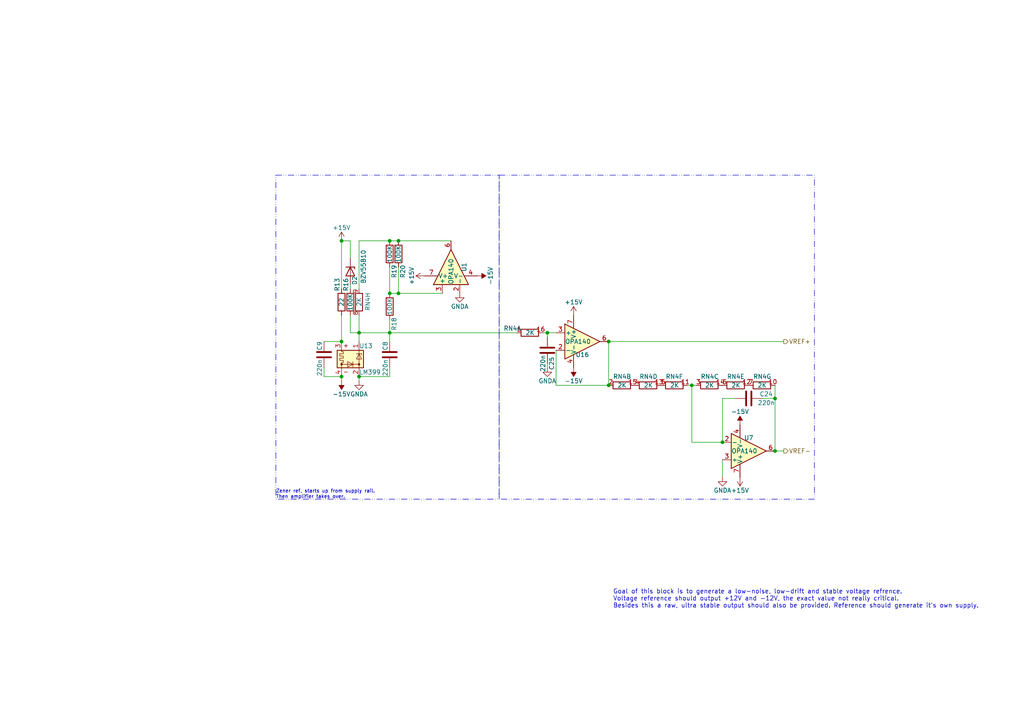
<source format=kicad_sch>
(kicad_sch (version 20231120) (generator "eeschema") (generator_version "8.0")
  (paper "A4")
  (title_block (title "xMultislope-1v0") (date "2023-11-01"))
  (lib_symbols
    (symbol "Amplifier_Operational:AD8001AN" (pin_names (offset 0.127))
      (property "Reference" "U" (at 0 6.35 0))
      (property "Value" "AD8001AN" (at 0 3.81 0))
      (symbol "AD8001AN_0_1"
        (polyline (pts (xy -5.08 5.08) (xy 5.08 0) (xy -5.08 -5.08) (xy -5.08 5.08)) (stroke (width 0.254)) (fill (type background)))
      )
      (symbol "AD8001AN_1_1"
        (pin no_connect line (at -5.08 -2.54 90) (length 2.54) hide (name "NC") (number "1"))
        (pin input line (at -7.62 -2.54 0) (length 2.54) (name "-") (number "2"))
        (pin input line (at -7.62 2.54 0) (length 2.54) (name "+") (number "3"))
        (pin power_in line (at -2.54 -7.62 90) (length 3.81) (name "V-") (number "4"))
        (pin no_connect line (at -2.54 -2.54 90) (length 2.54) hide (name "NC") (number "5"))
        (pin output line (at 7.62 0 180) (length 2.54) (name "~") (number "6"))
        (pin power_in line (at -2.54 7.62 270) (length 3.81) (name "V+") (number "7"))
        (pin no_connect line (at 0 -2.54 90) (length 2.54) hide (name "NC") (number "8"))
      )
    )
    (symbol "Device:C" (pin_numbers hide) (pin_names (offset 0.254))
      (property "Reference" "C" (at 0.635 2.54 0))
      (property "Value" "C" (at 0.635 -2.54 0))
      (symbol "C_0_1"
        (polyline (pts (xy -2.032 -0.762) (xy 2.032 -0.762)) (stroke (width 0.508)))
        (polyline (pts (xy -2.032 0.762) (xy 2.032 0.762)) (stroke (width 0.508)))
      )
      (symbol "C_1_1"
        (pin passive line (at 0 3.81 270) (length 2.794) (name "~") (number "1"))
        (pin passive line (at 0 -3.81 90) (length 2.794) (name "~") (number "2"))
      )
    )
    (symbol "Device:R" (pin_numbers hide) (pin_names (offset 0))
      (property "Reference" "R" (at 2.032 0 90))
      (property "Value" "R" (at 0 0 90))
      (symbol "R_0_1"
        (rectangle (start -1.016 -2.54) (end 1.016 2.54) (stroke (width 0.254)))
      )
      (symbol "R_1_1"
        (pin passive line (at 0 3.81 270) (length 1.27) (name "~") (number "1"))
        (pin passive line (at 0 -3.81 90) (length 1.27) (name "~") (number "2"))
      )
    )
    (symbol "Device:R_Pack08_Split" (pin_names (offset 0) hide)
      (property "Reference" "RN" (at 2.032 0 90))
      (property "Value" "R_Pack08_Split" (at 0 0 90))
      (symbol "R_Pack08_Split_0_1"
        (rectangle (start 1.016 2.54) (end -1.016 -2.54) (stroke (width 0.254)))
      )
      (symbol "R_Pack08_Split_1_1"
        (pin passive line (at 0 -3.81 90) (length 1.27) (name "R1.1") (number "1"))
        (pin passive line (at 0 3.81 270) (length 1.27) (name "R1.2") (number "16"))
      )
      (symbol "R_Pack08_Split_2_1"
        (pin passive line (at 0 3.81 270) (length 1.27) (name "R2.2") (number "15"))
        (pin passive line (at 0 -3.81 90) (length 1.27) (name "R2.1") (number "2"))
      )
      (symbol "R_Pack08_Split_3_1"
        (pin passive line (at 0 3.81 270) (length 1.27) (name "R3.2") (number "14"))
        (pin passive line (at 0 -3.81 90) (length 1.27) (name "R3.1") (number "3"))
      )
      (symbol "R_Pack08_Split_4_1"
        (pin passive line (at 0 3.81 270) (length 1.27) (name "R4.2") (number "13"))
        (pin passive line (at 0 -3.81 90) (length 1.27) (name "R4.1") (number "4"))
      )
      (symbol "R_Pack08_Split_5_1"
        (pin passive line (at 0 3.81 270) (length 1.27) (name "R5.2") (number "12"))
        (pin passive line (at 0 -3.81 90) (length 1.27) (name "R5.1") (number "5"))
      )
      (symbol "R_Pack08_Split_6_1"
        (pin passive line (at 0 3.81 270) (length 1.27) (name "R6.2") (number "11"))
        (pin passive line (at 0 -3.81 90) (length 1.27) (name "R6.1") (number "6"))
      )
      (symbol "R_Pack08_Split_7_1"
        (pin passive line (at 0 3.81 270) (length 1.27) (name "R7.2") (number "10"))
        (pin passive line (at 0 -3.81 90) (length 1.27) (name "R7.1") (number "7"))
      )
      (symbol "R_Pack08_Split_8_1"
        (pin passive line (at 0 -3.81 90) (length 1.27) (name "R8.1") (number "8"))
        (pin passive line (at 0 3.81 270) (length 1.27) (name "R8.2") (number "9"))
      )
    )
    (symbol "Diode:BZV55B10" (pin_numbers hide) (pin_names hide)
      (property "Reference" "D" (at 0 2.54 0))
      (property "Value" "BZV55B10" (at 0 -2.54 0))
      (symbol "BZV55B10_0_1"
        (polyline (pts (xy 1.27 0) (xy -1.27 0)))
        (polyline (pts (xy -1.27 -1.27) (xy -1.27 1.27) (xy -0.762 1.27)) (stroke (width 0.254)))
        (polyline (pts (xy 1.27 -1.27) (xy 1.27 1.27) (xy -1.27 0) (xy 1.27 -1.27)) (stroke (width 0.254)))
      )
      (symbol "BZV55B10_1_1"
        (pin passive line (at -3.81 0 0) (length 2.54) (name "K") (number "1"))
        (pin passive line (at 3.81 0 180) (length 2.54) (name "A") (number "2"))
      )
    )
    (symbol "Reference_Voltage:LM399" (pin_names (offset 1.016) hide)
      (property "Reference" "U" (at 3.81 1.27 0))
      (property "Value" "LM399" (at 3.81 -1.27 0))
      (symbol "LM399_0_0"
        (text "+" (at -1.27 3.937 0) (effects (font (size 1.27 1.27))))
      )
      (symbol "LM399_0_1"
        (rectangle (start -3.81 2.54) (end 3.81 -2.54) (stroke (width 0.254)) (fill (type background)))
        (circle (center -2.54 -1.524) (radius 0.254) (fill (type outline)))
        (polyline (pts (xy -2.54 -2.54) (xy -2.54 -1.016) (xy -2.032 -1.016) (xy -2.032 -0.381) (xy -3.048 -0.381) (xy -3.048 0.254) (xy -2.032 0.254) (xy -2.032 0.889) (xy -3.048 0.889) (xy -3.048 1.524) (xy -2.032 1.524) (xy -2.032 2.159) (xy -2.54 2.159) (xy -2.54 2.54)))
        (circle (center 2.54 -1.524) (radius 0.254) (fill (type outline)))
      )
      (symbol "LM399_1_1"
        (polyline (pts (xy 2.54 -1.524) (xy -2.54 -1.524)))
        (polyline (pts (xy 2.54 2.54) (xy 2.54 -2.54)))
        (polyline (pts (xy 0.762 -0.762) (xy 0.762 -1.524) (xy 0.762 -2.286)))
        (polyline (pts (xy 1.778 1.524) (xy 3.302 1.524) (xy 3.302 1.27)))
        (polyline (pts (xy -0.762 -0.762) (xy -0.762 -2.286) (xy 0.762 -1.524) (xy -0.762 -0.762)))
        (polyline (pts (xy 1.778 0) (xy 3.302 0) (xy 2.54 1.524) (xy 1.778 0)))
        (text "-" (at -1.27 -3.683 0) (effects (font (size 1.27 1.27))))
        (pin passive line (at 2.54 5.08 270) (length 2.54) (name "~") (number "1"))
        (pin passive line (at 2.54 -5.08 90) (length 2.54) (name "~") (number "2"))
        (pin power_in line (at -2.54 5.08 270) (length 2.54) (name "~") (number "3"))
        (pin power_in line (at -2.54 -5.08 90) (length 2.54) (name "~") (number "4"))
      )
    )
    (symbol "power:+15V" (power) (pin_names (offset 0))
      (property "Value" "+15V" (at 0 3.556 0))
      (symbol "+15V_0_1"
        (polyline (pts (xy -0.762 1.27) (xy 0 2.54)))
        (polyline (pts (xy 0 0) (xy 0 2.54)))
        (polyline (pts (xy 0 2.54) (xy 0.762 1.27)))
      )
      (symbol "+15V_1_1"
        (pin power_in line (at 0 0 90) (length 0) hide (name "+15V") (number "1"))
      )
    )
    (symbol "power:-15V" (power) (pin_names (offset 0))
      (property "Value" "-15V" (at 0 3.81 0))
      (symbol "-15V_0_0"
        (pin power_in line (at 0 0 90) (length 0) hide (name "-15V") (number "1"))
      )
      (symbol "-15V_0_1"
        (polyline (pts (xy 0 0) (xy 0 1.27) (xy 0.762 1.27) (xy 0 2.54) (xy -0.762 1.27) (xy 0 1.27)) (fill (type outline)))
      )
    )
    (symbol "power:GNDA" (power) (pin_names (offset 0))
      (property "Value" "GNDA" (at 0 -3.81 0))
      (symbol "GNDA_0_1"
        (polyline (pts (xy 0 0) (xy 0 -1.27) (xy 1.27 -1.27) (xy 0 -2.54) (xy -1.27 -1.27) (xy 0 -1.27)))
      )
      (symbol "GNDA_1_1"
        (pin power_in line (at 0 0 270) (length 0) hide (name "GNDA") (number "1"))
      )
    )
  )
  (junction (at 104.14 109.22))
  (junction (at 99.06 109.22))
  (junction (at 113.03 96.52))
  (junction (at 113.03 85.09))
  (junction (at 176.53 99.06))
  (junction (at 115.57 69.85))
  (junction (at 99.06 69.85))
  (junction (at 176.53 111.76))
  (junction (at 115.57 85.09))
  (junction (at 224.79 115.57))
  (junction (at 158.75 96.52))
  (junction (at 113.03 69.85))
  (junction (at 209.55 128.27))
  (junction (at 224.79 130.81))
  (junction (at 99.06 99.06))
  (junction (at 104.14 96.52))
  (junction (at 200.66 111.76))
  (wire (pts (xy 93.98 99.06) (xy 99.06 99.06)))
  (wire (pts (xy 158.75 96.52) (xy 161.29 96.52)))
  (wire (pts (xy 200.66 111.76) (xy 201.93 111.76)))
  (wire (pts (xy 93.98 109.22) (xy 99.06 109.22)))
  (wire (pts (xy 115.57 85.09) (xy 115.57 77.47)))
  (wire (pts (xy 104.14 91.44) (xy 104.14 96.52)))
  (wire (pts (xy 209.55 138.43) (xy 209.55 133.35)))
  (wire (pts (xy 157.48 96.52) (xy 158.75 96.52)))
  (wire (pts (xy 209.55 115.57) (xy 213.36 115.57)))
  (wire (pts (xy 209.55 115.57) (xy 209.55 128.27)))
  (wire (pts (xy 113.03 69.85) (xy 115.57 69.85)))
  (wire (pts (xy 113.03 96.52) (xy 149.86 96.52)))
  (wire (pts (xy 113.03 96.52) (xy 113.03 99.06)))
  (wire (pts (xy 224.79 111.76) (xy 224.79 115.57)))
  (wire (pts (xy 161.29 111.76) (xy 176.53 111.76)))
  (wire (pts (xy 158.75 97.79) (xy 158.75 96.52)))
  (wire (pts (xy 101.6 82.55) (xy 101.6 83.82)))
  (wire (pts (xy 104.14 109.22) (xy 104.14 110.49)))
  (wire (pts (xy 99.06 109.22) (xy 99.06 110.49)))
  (wire (pts (xy 224.79 130.81) (xy 227.33 130.81)))
  (wire (pts (xy 113.03 85.09) (xy 115.57 85.09)))
  (wire (pts (xy 176.53 99.06) (xy 176.53 111.76)))
  (wire (pts (xy 199.39 111.76) (xy 200.66 111.76)))
  (wire (pts (xy 113.03 92.71) (xy 113.03 96.52)))
  (wire (pts (xy 101.6 91.44) (xy 101.6 96.52)))
  (wire (pts (xy 99.06 69.85) (xy 101.6 69.85)))
  (wire (pts (xy 115.57 85.09) (xy 128.27 85.09)))
  (wire (pts (xy 158.75 106.68) (xy 158.75 105.41)))
  (wire (pts (xy 101.6 69.85) (xy 101.6 74.93)))
  (wire (pts (xy 104.14 109.22) (xy 113.03 109.22)))
  (wire (pts (xy 113.03 85.09) (xy 113.03 77.47)))
  (wire (pts (xy 176.53 99.06) (xy 227.33 99.06)))
  (wire (pts (xy 104.14 96.52) (xy 113.03 96.52)))
  (wire (pts (xy 113.03 109.22) (xy 113.03 106.68)))
  (wire (pts (xy 200.66 128.27) (xy 209.55 128.27)))
  (wire (pts (xy 104.14 96.52) (xy 104.14 99.06)))
  (wire (pts (xy 104.14 69.85) (xy 104.14 83.82)))
  (wire (pts (xy 161.29 111.76) (xy 161.29 101.6)))
  (wire (pts (xy 101.6 96.52) (xy 104.14 96.52)))
  (wire (pts (xy 99.06 69.85) (xy 99.06 83.82)))
  (wire (pts (xy 104.14 69.85) (xy 113.03 69.85)))
  (wire (pts (xy 220.98 115.57) (xy 224.79 115.57)))
  (wire (pts (xy 200.66 111.76) (xy 200.66 128.27)))
  (wire (pts (xy 224.79 115.57) (xy 224.79 130.81)))
  (wire (pts (xy 93.98 106.68) (xy 93.98 109.22)))
  (wire (pts (xy 115.57 69.85) (xy 130.81 69.85)))
  (wire (pts (xy 99.06 91.44) (xy 99.06 99.06)))
  (rectangle (start 80.01 50.8) (end 144.78 144.78) (stroke (width 0) (type dash_dot_dot)))
  (rectangle (start 144.78 50.8) (end 236.22 144.78) (stroke (width 0) (type dash_dot_dot)))
  (text "Zener ref, starts up from supply rail.\nThen amplifier takes over." (at 80.01 144.78 0) (effects (font (size 1 1)) (justify left bottom)))
  (text "Goal of this block is to generate a low-noise, low-drift and stable voltage refrence.\nVoltage reference should output +12V and -12V, the exact value not really critical.\nBesides this a raw, ultra stable output should also be provided. Reference should generate it's own supply." (at 177.8 176.53 0) (effects (font (size 1.27 1.27)) (justify left bottom)))
  (hierarchical_label "VREF+" (shape output) (at 227.33 99.06 0))
  (hierarchical_label "VREF-" (shape output) (at 227.33 130.81 0))
  (symbol (lib_id "Diode:BZV55B10") (at 101.6 78.74 270) (unit 1)
    (property "Reference" "D2" (at 102.87 80.01 0) (effects (justify left)))
    (property "Value" "BZV55B10" (at 105.41 72.39 0) (effects (justify left)))
    (property "Footprint" "Diode_SMD:D_MiniMELF" (effects (hide yes)))
    (property "Datasheet" "https://assets.nexperia.com/documents/data-sheet/BZV55_SER.pdf" (effects (hide yes)))
  )
  (symbol (lib_id "Device:C") (at 217.17 115.57 270) (unit 1)
    (property "Reference" "C24" (at 222.25 114.3 90))
    (property "Value" "220n" (at 222.25 116.84 90))
    (property "Footprint" "Capacitor_SMD:C_0805_2012Metric" (effects (hide yes)))
  )
  (symbol (lib_id "power:-15V") (at 138.43 80.01 270) (unit 1)
    (property "Reference" "#PWR049" (effects (hide yes)))
    (property "Value" "-15V" (at 142.24 80.01 0))
  )
  (symbol (lib_id "Device:R") (at 113.03 88.9 0) (unit 1)
    (property "Reference" "R18" (at 114.3 93.98 90))
    (property "Value" "100K" (at 113.03 88.9 90))
    (property "Footprint" "Resistor_SMD:R_0805_2012Metric" (effects (hide yes)))
  )
  (symbol (lib_id "power:+15V") (at 214.63 138.43 0) (mirror x) (unit 1)
    (property "Reference" "#PWR037" (effects (hide yes)))
    (property "Value" "+15V" (at 214.63 142.24 0))
  )
  (symbol (lib_id "Device:R_Pack08_Split") (at 205.74 111.76 270) (unit 3)
    (property "Reference" "RN4" (at 203.2 109.22 90) (effects (justify left)))
    (property "Value" "2K" (at 204.47 111.76 90) (effects (justify left)))
    (property "Footprint" "Package_SO:SOIC-16_3.9x9.9mm_P1.27mm" (effects (hide yes)))
  )
  (symbol (lib_id "Device:R_Pack08_Split") (at 195.58 111.76 270) (unit 6)
    (property "Reference" "RN4" (at 193.04 109.22 90) (effects (justify left)))
    (property "Value" "2K" (at 194.31 111.76 90) (effects (justify left)))
    (property "Footprint" "Package_SO:SOIC-16_3.9x9.9mm_P1.27mm" (effects (hide yes)))
  )
  (symbol (lib_id "Device:R_Pack08_Split") (at 104.14 87.63 0) (unit 8)
    (property "Reference" "RN4" (at 106.68 90.17 90) (effects (justify left)))
    (property "Value" "2K" (at 104.14 88.9 90) (effects (justify left)))
    (property "Footprint" "Package_SO:SOIC-16_3.9x9.9mm_P1.27mm" (effects (hide yes)))
  )
  (symbol (lib_id "Amplifier_Operational:AD8001AN") (at 168.91 99.06 0) (unit 1)
    (property "Reference" "U16" (at 168.91 102.87 0))
    (property "Value" "OPA140" (at 167.64 99.06 0))
    (property "Footprint" "Package_SO:SOIC-8_3.9x4.9mm_P1.27mm" (effects (hide yes)))
    (property "Datasheet" "https://www.analog.com/media/en/technical-documentation/data-sheets/ad8001.pdf" (effects (hide yes)))
  )
  (symbol (lib_id "Amplifier_Operational:AD8001AN") (at 217.17 130.81 0) (mirror x) (unit 1)
    (property "Reference" "U7" (at 217.17 127 0))
    (property "Value" "OPA140" (at 215.9 130.81 0))
    (property "Footprint" "Package_SO:SOIC-8_3.9x4.9mm_P1.27mm" (effects (hide yes)))
    (property "Datasheet" "https://www.analog.com/media/en/technical-documentation/data-sheets/ad8001.pdf" (effects (hide yes)))
  )
  (symbol (lib_id "power:GNDA") (at 104.14 110.49 0) (unit 1)
    (property "Reference" "#PWR059" (effects (hide yes)))
    (property "Value" "GNDA" (at 104.14 114.3 0))
  )
  (symbol (lib_id "Device:R_Pack08_Split") (at 187.96 111.76 270) (unit 4)
    (property "Reference" "RN4" (at 185.42 109.22 90) (effects (justify left)))
    (property "Value" "2K" (at 186.69 111.76 90) (effects (justify left)))
    (property "Footprint" "Package_SO:SOIC-16_3.9x9.9mm_P1.27mm" (effects (hide yes)))
  )
  (symbol (lib_id "Device:R") (at 113.03 73.66 0) (unit 1)
    (property "Reference" "R19" (at 114.3 78.74 90))
    (property "Value" "100K" (at 113.03 73.66 90))
    (property "Footprint" "Resistor_SMD:R_0805_2012Metric" (effects (hide yes)))
  )
  (symbol (lib_id "power:GNDA") (at 209.55 138.43 0) (unit 1)
    (property "Reference" "#PWR047" (effects (hide yes)))
    (property "Value" "GNDA" (at 209.55 142.24 0))
  )
  (symbol (lib_id "power:-15V") (at 99.06 110.49 180) (unit 1)
    (property "Reference" "#PWR03" (effects (hide yes)))
    (property "Value" "-15V" (at 99.06 114.3 0))
  )
  (symbol (lib_id "Reference_Voltage:LM399") (at 101.6 104.14 0) (unit 1)
    (property "Reference" "U13" (at 104.14 100.33 0) (effects (justify left)))
    (property "Value" "LM399" (at 104.14 107.95 0) (effects (justify left)))
    (property "Footprint" "Package_TO_SOT_THT:Analog_TO-46-4_ThermalShield" (effects (hide yes)))
    (property "Datasheet" "https://www.analog.com/media/en/technical-documentation/data-sheets/199399fc.pdf" (effects (hide yes)))
  )
  (symbol (lib_id "power:-15V") (at 166.37 106.68 180) (unit 1)
    (property "Reference" "#PWR040" (effects (hide yes)))
    (property "Value" "-15V" (at 166.37 110.49 0))
  )
  (symbol (lib_id "Device:R") (at 115.57 73.66 0) (unit 1)
    (property "Reference" "R20" (at 116.84 78.74 90))
    (property "Value" "100K" (at 115.57 73.66 90))
    (property "Footprint" "Resistor_SMD:R_0805_2012Metric" (effects (hide yes)))
  )
  (symbol (lib_id "Device:C") (at 93.98 102.87 180) (unit 1)
    (property "Reference" "C9" (at 92.71 100.33 90))
    (property "Value" "220n" (at 92.71 106.68 90))
    (property "Footprint" "Capacitor_SMD:C_0805_2012Metric" (effects (hide yes)))
    (instances (project "xMultislope-1v0" (path "" (reference "C9") (unit 1))) (project "ADC" (path "" (reference "C1") (unit 1))))
  )
  (symbol (lib_id "Device:R") (at 99.06 87.63 180) (unit 1)
    (property "Reference" "R13" (at 97.79 82.55 90))
    (property "Value" "22" (at 99.06 87.63 90))
    (property "Footprint" "Resistor_SMD:R_0805_2012Metric" (effects (hide yes)))
  )
  (symbol (lib_id "power:+15V") (at 166.37 91.44 0) (unit 1)
    (property "Reference" "#PWR044" (effects (hide yes)))
    (property "Value" "+15V" (at 166.37 87.63 0))
  )
  (symbol (lib_id "power:GNDA") (at 133.35 85.09 0) (unit 1)
    (property "Reference" "#PWR045" (effects (hide yes)))
    (property "Value" "GNDA" (at 133.35 88.9 0))
  )
  (symbol (lib_id "Device:R_Pack08_Split") (at 180.34 111.76 270) (unit 2)
    (property "Reference" "RN4" (at 177.8 109.22 90) (effects (justify left)))
    (property "Value" "2K" (at 179.07 111.76 90) (effects (justify left)))
    (property "Footprint" "Package_SO:SOIC-16_3.9x9.9mm_P1.27mm" (effects (hide yes)))
  )
  (symbol (lib_id "Device:R_Pack08_Split") (at 153.67 96.52 270) (mirror x) (unit 1)
    (property "Reference" "RN4" (at 146.05 95.25 90) (effects (justify left)))
    (property "Value" "2K" (at 152.4 96.52 90) (effects (justify left)))
    (property "Footprint" "Package_SO:SOIC-16_3.9x9.9mm_P1.27mm" (effects (hide yes)))
  )
  (symbol (lib_id "power:-15V") (at 214.63 123.19 0) (mirror y) (unit 1)
    (property "Reference" "#PWR036" (effects (hide yes)))
    (property "Value" "-15V" (at 214.63 119.38 0))
  )
  (symbol (lib_id "Device:R_Pack08_Split") (at 220.98 111.76 270) (unit 7)
    (property "Reference" "RN4" (at 218.44 109.22 90) (effects (justify left)))
    (property "Value" "2K" (at 219.71 111.76 90) (effects (justify left)))
    (property "Footprint" "Package_SO:SOIC-16_3.9x9.9mm_P1.27mm" (effects (hide yes)))
  )
  (symbol (lib_id "power:+15V") (at 123.19 80.01 90) (unit 1)
    (property "Reference" "#PWR046" (effects (hide yes)))
    (property "Value" "+15V" (at 119.38 80.01 0))
  )
  (symbol (lib_id "Device:R_Pack08_Split") (at 213.36 111.76 270) (unit 5)
    (property "Reference" "RN4" (at 210.82 109.22 90) (effects (justify left)))
    (property "Value" "2K" (at 212.09 111.76 90) (effects (justify left)))
    (property "Footprint" "Package_SO:SOIC-16_3.9x9.9mm_P1.27mm" (effects (hide yes)))
  )
  (symbol (lib_id "power:+15V") (at 99.06 69.85 0) (unit 1)
    (property "Reference" "#PWR082" (effects (hide yes)))
    (property "Value" "+15V" (at 99.06 66.04 0))
    (instances (project "xMultislope-1v0" (path "" (reference "#PWR082") (unit 1))) (project "ADC" (path "" (reference "#PWR045") (unit 1))))
  )
  (symbol (lib_id "Device:R") (at 101.6 87.63 180) (unit 1)
    (property "Reference" "R16" (at 100.33 82.55 90))
    (property "Value" "100K" (at 101.6 87.63 90))
    (property "Footprint" "Resistor_SMD:R_0805_2012Metric" (effects (hide yes)))
  )
  (symbol (lib_id "power:GNDA") (at 158.75 106.68 0) (unit 1)
    (property "Reference" "#PWR048" (effects (hide yes)))
    (property "Value" "GNDA" (at 158.75 110.49 0))
  )
  (symbol (lib_id "Device:C") (at 113.03 102.87 180) (unit 1)
    (property "Reference" "C8" (at 111.76 100.33 90))
    (property "Value" "220n" (at 111.76 106.68 90))
    (property "Footprint" "Capacitor_SMD:C_0805_2012Metric" (effects (hide yes)))
    (instances (project "xMultislope-1v0" (path "" (reference "C8") (unit 1))) (project "ADC" (path "" (reference "C1") (unit 1))))
  )
  (symbol (lib_id "Device:C") (at 158.75 101.6 180) (unit 1)
    (property "Reference" "C25" (at 160.02 105.41 90))
    (property "Value" "220n" (at 157.48 105.41 90))
    (property "Footprint" "Capacitor_SMD:C_0805_2012Metric" (effects (hide yes)))
  )
  (symbol (lib_id "Amplifier_Operational:AD8001AN") (at 130.81 77.47 90) (unit 1)
    (property "Reference" "U1" (at 134.62 77.47 0))
    (property "Value" "OPA140" (at 130.81 78.74 0))
    (property "Footprint" "Package_SO:SOIC-8_3.9x4.9mm_P1.27mm" (effects (hide yes)))
    (property "Datasheet" "https://www.analog.com/media/en/technical-documentation/data-sheets/ad8001.pdf" (effects (hide yes)))
  )
)
</source>
